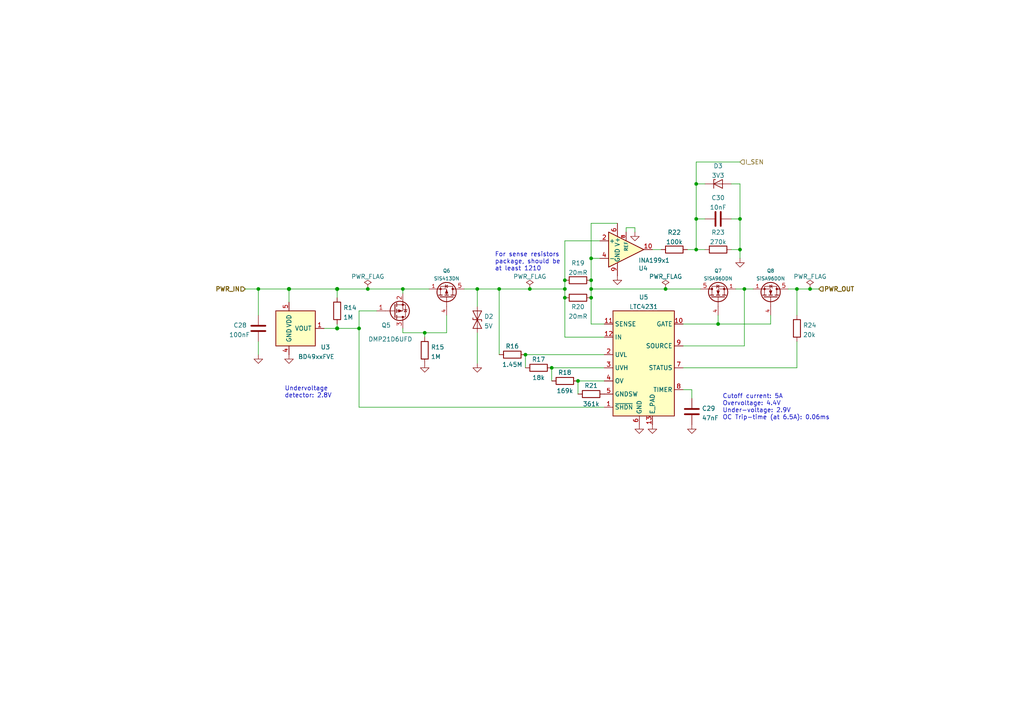
<source format=kicad_sch>
(kicad_sch (version 20210621) (generator eeschema)
  (paper "A4")
  (title_block (title "BUTCube - EPS") (date "2021-06-01") (rev "v1.0") (company "VUT - FIT(STRaDe) & FME(IAE & IPE)") (comment 1 "Author: Petr Malaník"))
  (lib_symbols
    (symbol "Device:C" (pin_numbers hide) (pin_names (offset 0.254))
      (property "Reference" "C" (at 0.635 2.54 0))
      (property "Value" "C" (at 0.635 -2.54 0))
      (symbol "C_0_1"
        (polyline (pts (xy -2.032 -0.762) (xy 2.032 -0.762)) (stroke (width 0.508)))
        (polyline (pts (xy -2.032 0.762) (xy 2.032 0.762)) (stroke (width 0.508)))
      )
      (symbol "C_1_1"
        (pin passive line (at 0 3.81 270) (length 2.794) (name "~") (number "1"))
        (pin passive line (at 0 -3.81 90) (length 2.794) (name "~") (number "2"))
      )
    )
    (symbol "Device:D_TVS" (pin_numbers hide) (pin_names (offset 1.016) hide)
      (property "Reference" "D" (at 0 2.54 0))
      (property "Value" "D_TVS" (at 0 -2.54 0))
      (symbol "D_TVS_0_1"
        (polyline (pts (xy 1.27 0) (xy -1.27 0)))
        (polyline (pts (xy -2.54 -1.27) (xy 0 0) (xy -2.54 1.27) (xy -2.54 -1.27)) (stroke (width 0.2032)))
        (polyline (pts (xy 0.508 1.27) (xy 0 1.27) (xy 0 -1.27) (xy -0.508 -1.27)) (stroke (width 0.2032)))
        (polyline (pts (xy 2.54 1.27) (xy 2.54 -1.27) (xy 0 0) (xy 2.54 1.27)) (stroke (width 0.2032)))
      )
      (symbol "D_TVS_1_1"
        (pin passive line (at -3.81 0 0) (length 2.54) (name "A1") (number "1"))
        (pin passive line (at 3.81 0 180) (length 2.54) (name "A2") (number "2"))
      )
    )
    (symbol "Device:D_Zener" (pin_numbers hide) (pin_names (offset 1.016) hide)
      (property "Reference" "D" (at 0 2.54 0))
      (property "Value" "D_Zener" (at 0 -2.54 0))
      (symbol "D_Zener_0_1"
        (polyline (pts (xy 1.27 0) (xy -1.27 0)))
        (polyline (pts (xy -1.27 -1.27) (xy -1.27 1.27) (xy -0.762 1.27)) (stroke (width 0.2032)))
        (polyline (pts (xy 1.27 -1.27) (xy 1.27 1.27) (xy -1.27 0) (xy 1.27 -1.27)) (stroke (width 0.2032)))
      )
      (symbol "D_Zener_1_1"
        (pin passive line (at -3.81 0 0) (length 2.54) (name "K") (number "1"))
        (pin passive line (at 3.81 0 180) (length 2.54) (name "A") (number "2"))
      )
    )
    (symbol "Device:R" (pin_numbers hide) (pin_names (offset 0))
      (property "Reference" "R" (at 2.032 0 90))
      (property "Value" "R" (at 0 0 90))
      (symbol "R_0_1"
        (rectangle (start -1.016 -2.54) (end 1.016 2.54) (stroke (width 0.254)))
      )
      (symbol "R_1_1"
        (pin passive line (at 0 3.81 270) (length 1.27) (name "~") (number "1"))
        (pin passive line (at 0 -3.81 90) (length 1.27) (name "~") (number "2"))
      )
    )
    (symbol "Power_Management:BD49xxFVE" (pin_names (offset 1.016))
      (property "Reference" "U" (at -3.81 6.35 0))
      (property "Value" "BD49xxFVE" (at -5.08 0 90))
      (symbol "BD49xxFVE_1_1"
        (rectangle (start -3.81 5.08) (end 7.62 -5.08) (stroke (width 0.254)) (fill (type background)))
        (pin output line (at 10.16 0 180) (length 2.54) (name "VOUT") (number "1"))
        (pin passive line (at 0 -7.62 90) (length 2.54) hide (name "GND") (number "2"))
        (pin power_in line (at 0 -7.62 90) (length 2.54) (name "GND") (number "4"))
        (pin power_in line (at 0 7.62 270) (length 2.54) (name "VDD") (number "5"))
      )
    )
    (symbol "TCY_power_management:INA199" (pin_names (offset 0.127))
      (property "Reference" "U" (at 3.81 3.81 0))
      (property "Value" "INA199" (at 3.81 -3.81 0))
      (symbol "INA199_0_1"
        (polyline (pts (xy 5.08 0) (xy -5.08 5.08) (xy -5.08 -5.08) (xy 5.08 0)) (stroke (width 0.254)) (fill (type background)))
      )
      (symbol "INA199_1_1"
        (pin output line (at 7.62 0 180) (length 2.54) (name "~") (number "10"))
        (pin input line (at -7.62 2.54 0) (length 2.54) (name "+") (number "2"))
        (pin input line (at -7.62 2.54 0) (length 2.54) hide (name "+") (number "3"))
        (pin input line (at -7.62 -2.54 0) (length 2.54) (name "-") (number "4"))
        (pin input line (at -7.62 -2.54 0) (length 2.54) hide (name "-") (number "5"))
        (pin power_in line (at -2.54 7.62 270) (length 3.81) (name "V+") (number "6"))
        (pin input line (at 0 5.08 270) (length 2.54) (name "REF") (number "8"))
        (pin power_in line (at -2.54 -7.62 90) (length 3.81) (name "GND") (number "9"))
      )
    )
    (symbol "TCY_power_management:LTC4231"
      (property "Reference" "U" (at 0 11.43 0))
      (property "Value" "LTC4231" (at 0 -5.08 0))
      (symbol "LTC4231_0_1"
        (rectangle (start -8.89 15.24) (end 8.89 -15.24) (stroke (width 0.254)) (fill (type background)))
      )
      (symbol "LTC4231_1_1"
        (pin input line (at -11.43 -12.7 0) (length 2.54) (name "~{SHDN}") (number "1"))
        (pin output line (at 11.43 11.43 180) (length 2.54) (name "GATE") (number "10"))
        (pin input line (at -11.43 11.43 0) (length 2.54) (name "SENSE") (number "11"))
        (pin power_in line (at -11.43 7.62 0) (length 2.54) (name "IN") (number "12"))
        (pin passive line (at 2.54 -17.78 90) (length 2.54) (name "E_PAD") (number "13"))
        (pin input line (at -11.43 2.54 0) (length 2.54) (name "UVL") (number "2"))
        (pin input line (at -11.43 -1.27 0) (length 2.54) (name "UVH") (number "3"))
        (pin input line (at -11.43 -5.08 0) (length 2.54) (name "OV") (number "4"))
        (pin passive line (at -11.43 -8.89 0) (length 2.54) (name "GNDSW") (number "5"))
        (pin passive line (at -1.27 -17.78 90) (length 2.54) (name "GND") (number "6"))
        (pin output line (at 11.43 -1.27 180) (length 2.54) (name "STATUS") (number "7"))
        (pin passive line (at 11.43 -7.62 180) (length 2.54) (name "TIMER") (number "8"))
        (pin input line (at 11.43 5.08 180) (length 2.54) (name "SOURCE") (number "9"))
      )
    )
    (symbol "TCY_transistors:DMP21D6UFD" (pin_names (offset 0) hide)
      (property "Reference" "Q" (at 5.08 1.27 0))
      (property "Value" "DMP21D6UFD" (at -2.54 -15.24 0))
      (symbol "DMP21D6UFD_0_1"
        (circle (center 1.651 0) (radius 2.794) (stroke (width 0.254)))
        (circle (center 2.54 -1.778) (radius 0.254) (fill (type outline)))
        (circle (center 2.54 1.778) (radius 0.254) (fill (type outline)))
        (polyline (pts (xy 0.254 0) (xy -2.54 0)))
        (polyline (pts (xy 0.254 1.905) (xy 0.254 -1.905)) (stroke (width 0.254)))
        (polyline (pts (xy 0.762 -1.27) (xy 0.762 -2.286)) (stroke (width 0.254)))
        (polyline (pts (xy 0.762 0.508) (xy 0.762 -0.508)) (stroke (width 0.254)))
        (polyline (pts (xy 0.762 2.286) (xy 0.762 1.27)) (stroke (width 0.254)))
        (polyline (pts (xy 2.54 2.54) (xy 2.54 1.778)))
        (polyline (pts (xy 2.54 -2.54) (xy 2.54 0) (xy 0.762 0)))
        (polyline (pts (xy 0.762 1.778) (xy 3.302 1.778) (xy 3.302 -1.778) (xy 0.762 -1.778)))
        (polyline (pts (xy 2.794 -0.508) (xy 2.921 -0.381) (xy 3.683 -0.381) (xy 3.81 -0.254)))
        (polyline (pts (xy 3.302 -0.381) (xy 2.921 0.254) (xy 3.683 0.254) (xy 3.302 -0.381)))
        (polyline (pts (xy 2.286 0) (xy 1.27 0.381) (xy 1.27 -0.381) (xy 2.286 0)) (fill (type outline)))
      )
      (symbol "DMP21D6UFD_1_1"
        (pin input line (at -5.08 0 0) (length 2.54) (name "G") (number "1"))
        (pin passive line (at 2.54 -5.08 90) (length 2.54) (name "S") (number "2"))
        (pin passive line (at 2.54 5.08 270) (length 2.54) (name "D") (number "3"))
      )
    )
    (symbol "TCY_transistors:SiS413DN" (pin_names hide)
      (property "Reference" "Q" (at 8.89 2.54 0))
      (property "Value" "SiS413DN" (at 8.89 0 0))
      (symbol "SiS413DN_0_1"
        (circle (center -0.889 0) (radius 2.794) (stroke (width 0.254)))
        (circle (center 0 -1.778) (radius 0.254) (fill (type outline)))
        (circle (center 0 1.778) (radius 0.254) (fill (type outline)))
        (polyline (pts (xy -2.286 0) (xy -5.08 0)))
        (polyline (pts (xy -2.286 1.905) (xy -2.286 -1.905)) (stroke (width 0.254)))
        (polyline (pts (xy -1.778 -1.27) (xy -1.778 -2.286)) (stroke (width 0.254)))
        (polyline (pts (xy -1.778 0.508) (xy -1.778 -0.508)) (stroke (width 0.254)))
        (polyline (pts (xy -1.778 2.286) (xy -1.778 1.27)) (stroke (width 0.254)))
        (polyline (pts (xy 0 2.54) (xy 0 1.778)))
        (polyline (pts (xy 0 -2.54) (xy 0 0) (xy -1.778 0)))
        (polyline (pts (xy -1.778 1.778) (xy 0.762 1.778) (xy 0.762 -1.778) (xy -1.778 -1.778)))
        (polyline (pts (xy 0.254 -0.508) (xy 0.381 -0.381) (xy 1.143 -0.381) (xy 1.27 -0.254)))
        (polyline (pts (xy 0.762 -0.381) (xy 0.381 0.254) (xy 1.143 0.254) (xy 0.762 -0.381)))
        (polyline (pts (xy -0.254 0) (xy -1.27 0.381) (xy -1.27 -0.381) (xy -0.254 0)) (fill (type outline)))
      )
      (symbol "SiS413DN_1_1"
        (pin passive line (at 0 -5.08 90) (length 2.54) (name "S") (number "1"))
        (pin passive line (at 0 -5.08 90) (length 2.54) hide (name "S") (number "2"))
        (pin passive line (at 0 -5.08 90) (length 2.54) hide (name "S") (number "3"))
        (pin passive line (at -7.62 0 0) (length 2.54) (name "G") (number "4"))
        (pin passive line (at 0 5.08 270) (length 2.54) (name "D") (number "5"))
        (pin passive line (at 0 5.08 270) (length 2.54) hide (name "D") (number "6"))
        (pin passive line (at 0 5.08 270) (length 2.54) hide (name "D") (number "7"))
        (pin passive line (at 0 5.08 270) (length 2.54) hide (name "D") (number "8"))
        (pin passive line (at 0 5.08 270) (length 2.54) hide (name "D") (number "9"))
      )
    )
    (symbol "TCY_transistors:SiSA96DDN" (pin_names hide)
      (property "Reference" "Q" (at 7.62 1.27 0))
      (property "Value" "SiSA96DDN" (at 7.62 -1.27 0))
      (symbol "SiSA96DDN_0_1"
        (circle (center 1.651 0) (radius 2.794) (stroke (width 0.254)))
        (circle (center 2.54 -1.778) (radius 0.254) (fill (type outline)))
        (circle (center 2.54 1.778) (radius 0.254) (fill (type outline)))
        (polyline (pts (xy 0.254 0) (xy -2.54 0)))
        (polyline (pts (xy 0.254 1.905) (xy 0.254 -1.905)) (stroke (width 0.254)))
        (polyline (pts (xy 0.762 -1.27) (xy 0.762 -2.286)) (stroke (width 0.254)))
        (polyline (pts (xy 0.762 0.508) (xy 0.762 -0.508)) (stroke (width 0.254)))
        (polyline (pts (xy 0.762 2.286) (xy 0.762 1.27)) (stroke (width 0.254)))
        (polyline (pts (xy 2.54 2.54) (xy 2.54 1.778)))
        (polyline (pts (xy 2.54 2.54) (xy 2.54 1.778)))
        (polyline (pts (xy 2.54 -2.54) (xy 2.54 0) (xy 0.762 0)))
        (polyline (pts (xy 0.762 -1.778) (xy 3.302 -1.778) (xy 3.302 1.778) (xy 0.762 1.778)))
        (polyline (pts (xy 2.794 0.508) (xy 2.921 0.381) (xy 3.683 0.381) (xy 3.81 0.254)))
        (polyline (pts (xy 3.302 0.381) (xy 2.921 -0.254) (xy 3.683 -0.254) (xy 3.302 0.381)))
        (polyline (pts (xy 1.016 0) (xy 2.032 0.381) (xy 2.032 -0.381) (xy 1.016 0)) (fill (type outline)))
      )
      (symbol "SiSA96DDN_1_1"
        (pin passive line (at 2.54 -5.08 90) (length 2.54) (name "S") (number "1"))
        (pin passive line (at 2.54 -5.08 90) (length 2.54) hide (name "S") (number "2"))
        (pin passive line (at 2.54 -5.08 90) (length 2.54) hide (name "S") (number "3"))
        (pin passive line (at -5.08 0 0) (length 2.54) (name "G") (number "4"))
        (pin passive line (at 2.54 5.08 270) (length 2.54) (name "D") (number "5"))
        (pin passive line (at 2.54 5.08 270) (length 2.54) hide (name "D") (number "6"))
        (pin passive line (at 2.54 5.08 270) (length 2.54) hide (name "D") (number "7"))
        (pin passive line (at 2.54 5.08 270) (length 2.54) hide (name "D") (number "8"))
        (pin passive line (at 2.54 5.08 270) (length 2.54) hide (name "D") (number "9"))
      )
    )
    (symbol "power:GND" (power) (pin_names (offset 0))
      (property "Value" "GND" (at 0 -3.81 0))
      (symbol "GND_0_1"
        (polyline (pts (xy 0 0) (xy 0 -1.27) (xy 1.27 -1.27) (xy 0 -2.54) (xy -1.27 -1.27) (xy 0 -1.27)))
      )
      (symbol "GND_1_1"
        (pin power_in line (at 0 0 270) (length 0) hide (name "GND") (number "1"))
      )
    )
    (symbol "power:PWR_FLAG" (power) (pin_numbers hide) (pin_names (offset 0) hide)
      (property "Value" "PWR_FLAG" (at 0 3.81 0))
      (symbol "PWR_FLAG_0_0"
        (pin power_out line (at 0 0 90) (length 0) (name "pwr") (number "1"))
      )
      (symbol "PWR_FLAG_0_1"
        (polyline (pts (xy 0 0) (xy 0 1.27) (xy -1.016 1.905) (xy 0 2.54) (xy 1.016 1.905) (xy 0 1.27)))
      )
    )
  )
  (junction (at 74.93 83.82) (diameter 0.9144))
  (junction (at 83.82 83.82) (diameter 1.016))
  (junction (at 97.79 83.82) (diameter 1.016))
  (junction (at 97.79 95.25) (diameter 1.016))
  (junction (at 104.14 95.25) (diameter 0.9144))
  (junction (at 106.68 83.82) (diameter 0.9144))
  (junction (at 116.84 83.82) (diameter 0.9144))
  (junction (at 123.19 96.52) (diameter 0.9144))
  (junction (at 138.43 83.82) (diameter 0.9144))
  (junction (at 144.78 83.82) (diameter 0.9144))
  (junction (at 152.4 102.87) (diameter 0.9144))
  (junction (at 153.67 83.82) (diameter 0.9144))
  (junction (at 160.02 106.68) (diameter 0.9144))
  (junction (at 163.83 81.28) (diameter 0.9144))
  (junction (at 163.83 83.82) (diameter 0.9144))
  (junction (at 163.83 86.36) (diameter 0.9144))
  (junction (at 167.64 110.49) (diameter 0.9144))
  (junction (at 171.45 74.93) (diameter 0.9144))
  (junction (at 171.45 81.28) (diameter 0.9144))
  (junction (at 171.45 83.82) (diameter 0.9144))
  (junction (at 171.45 86.36) (diameter 0.9144))
  (junction (at 193.04 83.82) (diameter 0.9144))
  (junction (at 201.93 53.34) (diameter 0.9144))
  (junction (at 201.93 63.5) (diameter 0.9144))
  (junction (at 201.93 72.39) (diameter 0.9144))
  (junction (at 208.28 93.98) (diameter 0.9144))
  (junction (at 214.63 63.5) (diameter 0.9144))
  (junction (at 214.63 72.39) (diameter 0.9144))
  (junction (at 215.9 83.82) (diameter 0.9144))
  (junction (at 231.14 83.82) (diameter 0.9144))
  (junction (at 234.95 83.82) (diameter 0.9144))
  (wire (pts (xy 71.12 83.82) (xy 74.93 83.82)))
  (wire (pts (xy 74.93 83.82) (xy 74.93 91.44)))
  (wire (pts (xy 74.93 83.82) (xy 83.82 83.82)))
  (wire (pts (xy 74.93 99.06) (xy 74.93 102.87)))
  (wire (pts (xy 83.82 83.82) (xy 97.79 83.82)))
  (wire (pts (xy 83.82 87.63) (xy 83.82 83.82)))
  (wire (pts (xy 97.79 83.82) (xy 97.79 86.36)))
  (wire (pts (xy 97.79 83.82) (xy 106.68 83.82)))
  (wire (pts (xy 97.79 93.98) (xy 97.79 95.25)))
  (wire (pts (xy 97.79 95.25) (xy 93.98 95.25)))
  (wire (pts (xy 104.14 90.17) (xy 104.14 95.25)))
  (wire (pts (xy 104.14 95.25) (xy 97.79 95.25)))
  (wire (pts (xy 104.14 118.11) (xy 104.14 95.25)))
  (wire (pts (xy 106.68 83.82) (xy 116.84 83.82)))
  (wire (pts (xy 109.22 90.17) (xy 104.14 90.17)))
  (wire (pts (xy 116.84 83.82) (xy 116.84 85.09)))
  (wire (pts (xy 116.84 83.82) (xy 124.46 83.82)))
  (wire (pts (xy 116.84 95.25) (xy 116.84 96.52)))
  (wire (pts (xy 116.84 96.52) (xy 123.19 96.52)))
  (wire (pts (xy 123.19 96.52) (xy 123.19 97.79)))
  (wire (pts (xy 123.19 96.52) (xy 129.54 96.52)))
  (wire (pts (xy 129.54 91.44) (xy 129.54 96.52)))
  (wire (pts (xy 134.62 83.82) (xy 138.43 83.82)))
  (wire (pts (xy 138.43 83.82) (xy 138.43 88.9)))
  (wire (pts (xy 138.43 83.82) (xy 144.78 83.82)))
  (wire (pts (xy 138.43 96.52) (xy 138.43 105.41)))
  (wire (pts (xy 144.78 83.82) (xy 153.67 83.82)))
  (wire (pts (xy 144.78 102.87) (xy 144.78 83.82)))
  (wire (pts (xy 152.4 102.87) (xy 152.4 106.68)))
  (wire (pts (xy 152.4 102.87) (xy 175.26 102.87)))
  (wire (pts (xy 153.67 83.82) (xy 163.83 83.82)))
  (wire (pts (xy 160.02 106.68) (xy 160.02 110.49)))
  (wire (pts (xy 160.02 106.68) (xy 175.26 106.68)))
  (wire (pts (xy 163.83 69.85) (xy 163.83 81.28)))
  (wire (pts (xy 163.83 81.28) (xy 163.83 83.82)))
  (wire (pts (xy 163.83 86.36) (xy 163.83 83.82)))
  (wire (pts (xy 163.83 97.79) (xy 163.83 86.36)))
  (wire (pts (xy 167.64 110.49) (xy 167.64 114.3)))
  (wire (pts (xy 167.64 110.49) (xy 175.26 110.49)))
  (wire (pts (xy 171.45 64.77) (xy 171.45 74.93)))
  (wire (pts (xy 171.45 64.77) (xy 179.07 64.77)))
  (wire (pts (xy 171.45 74.93) (xy 171.45 81.28)))
  (wire (pts (xy 171.45 81.28) (xy 171.45 83.82)))
  (wire (pts (xy 171.45 83.82) (xy 193.04 83.82)))
  (wire (pts (xy 171.45 86.36) (xy 171.45 83.82)))
  (wire (pts (xy 171.45 93.98) (xy 171.45 86.36)))
  (wire (pts (xy 173.99 69.85) (xy 163.83 69.85)))
  (wire (pts (xy 173.99 74.93) (xy 171.45 74.93)))
  (wire (pts (xy 175.26 93.98) (xy 171.45 93.98)))
  (wire (pts (xy 175.26 97.79) (xy 163.83 97.79)))
  (wire (pts (xy 175.26 118.11) (xy 104.14 118.11)))
  (wire (pts (xy 181.61 66.04) (xy 184.15 66.04)))
  (wire (pts (xy 181.61 67.31) (xy 181.61 66.04)))
  (wire (pts (xy 184.15 66.04) (xy 184.15 67.31)))
  (wire (pts (xy 189.23 72.39) (xy 191.77 72.39)))
  (wire (pts (xy 193.04 83.82) (xy 203.2 83.82)))
  (wire (pts (xy 198.12 93.98) (xy 208.28 93.98)))
  (wire (pts (xy 198.12 100.33) (xy 215.9 100.33)))
  (wire (pts (xy 198.12 106.68) (xy 231.14 106.68)))
  (wire (pts (xy 198.12 113.03) (xy 200.66 113.03)))
  (wire (pts (xy 199.39 72.39) (xy 201.93 72.39)))
  (wire (pts (xy 200.66 113.03) (xy 200.66 115.57)))
  (wire (pts (xy 201.93 46.99) (xy 201.93 53.34)))
  (wire (pts (xy 201.93 46.99) (xy 214.63 46.99)))
  (wire (pts (xy 201.93 53.34) (xy 201.93 63.5)))
  (wire (pts (xy 201.93 63.5) (xy 201.93 72.39)))
  (wire (pts (xy 201.93 72.39) (xy 204.47 72.39)))
  (wire (pts (xy 204.47 53.34) (xy 201.93 53.34)))
  (wire (pts (xy 204.47 63.5) (xy 201.93 63.5)))
  (wire (pts (xy 208.28 91.44) (xy 208.28 93.98)))
  (wire (pts (xy 208.28 93.98) (xy 223.52 93.98)))
  (wire (pts (xy 212.09 53.34) (xy 214.63 53.34)))
  (wire (pts (xy 212.09 63.5) (xy 214.63 63.5)))
  (wire (pts (xy 212.09 72.39) (xy 214.63 72.39)))
  (wire (pts (xy 213.36 83.82) (xy 215.9 83.82)))
  (wire (pts (xy 214.63 53.34) (xy 214.63 63.5)))
  (wire (pts (xy 214.63 63.5) (xy 214.63 72.39)))
  (wire (pts (xy 214.63 72.39) (xy 214.63 74.93)))
  (wire (pts (xy 215.9 83.82) (xy 218.44 83.82)))
  (wire (pts (xy 215.9 100.33) (xy 215.9 83.82)))
  (wire (pts (xy 223.52 91.44) (xy 223.52 93.98)))
  (wire (pts (xy 231.14 83.82) (xy 228.6 83.82)))
  (wire (pts (xy 231.14 83.82) (xy 234.95 83.82)))
  (wire (pts (xy 231.14 91.44) (xy 231.14 83.82)))
  (wire (pts (xy 231.14 99.06) (xy 231.14 106.68)))
  (wire (pts (xy 234.95 83.82) (xy 237.49 83.82)))
  (text "Undervoltage\ndetector: 2.8V" (at 82.55 115.57 0) (effects (font (size 1.27 1.27)) (justify left bottom)))
  (text "For sense resistors\npackage, should be\nat least 1210" (at 143.51 78.74 0) (effects (font (size 1.27 1.27)) (justify left bottom)))
  (text "Cutoff current: 5A\nOvervoltage: 4.4V\nUnder-voltage: 2.9V\nOC Trip-time (at 6.5A): 0.06ms" (at 209.55 121.92 0) (effects (font (size 1.27 1.27)) (justify left bottom)))
  (hierarchical_label "PWR_IN" (shape input) (at 71.12 83.82 180) (effects (font (thickness 0.254))))
  (hierarchical_label "I_SEN" (shape input) (at 214.63 46.99 0))
  (hierarchical_label "PWR_OUT" (shape input) (at 237.49 83.82 0) (effects (font (thickness 0.254))))
  (symbol (lib_id "power:PWR_FLAG") (at 106.68 83.82 0)
    (property "Reference" "#FLG02" (effects hide))
    (property "Value" "PWR_FLAG" (at 106.68 80.2154 0))
  )
  (symbol (lib_id "power:PWR_FLAG") (at 153.67 83.82 0)
    (property "Reference" "#FLG03" (effects hide))
    (property "Value" "PWR_FLAG" (at 153.67 80.2154 0))
  )
  (symbol (lib_id "power:PWR_FLAG") (at 193.04 83.82 0)
    (property "Reference" "#FLG04" (effects hide))
    (property "Value" "PWR_FLAG" (at 193.04 80.2154 0))
  )
  (symbol (lib_id "power:PWR_FLAG") (at 234.95 83.82 0)
    (property "Reference" "#FLG05" (effects hide))
    (property "Value" "PWR_FLAG" (at 234.95 80.2154 0))
  )
  (symbol (lib_id "power:GND") (at 74.93 102.87 0)
    (property "Reference" "#PWR053" (effects hide))
    (property "Value" "GND" (effects hide))
  )
  (symbol (lib_id "power:GND") (at 83.82 102.87 0)
    (property "Reference" "#PWR054" (effects hide))
    (property "Value" "GND" (effects hide))
  )
  (symbol (lib_id "power:GND") (at 123.19 105.41 0)
    (property "Reference" "#PWR055" (effects hide))
    (property "Value" "GND" (effects hide))
  )
  (symbol (lib_id "power:GND") (at 138.43 105.41 0)
    (property "Reference" "#PWR056" (effects hide))
    (property "Value" "GND" (effects hide))
  )
  (symbol (lib_id "power:GND") (at 179.07 80.01 0)
    (property "Reference" "#PWR057" (effects hide))
    (property "Value" "GND" (effects hide))
  )
  (symbol (lib_id "power:GND") (at 184.15 67.31 0)
    (property "Reference" "#PWR058" (effects hide))
    (property "Value" "GND" (effects hide))
  )
  (symbol (lib_id "power:GND") (at 185.42 123.19 0)
    (property "Reference" "#PWR059" (effects hide))
    (property "Value" "GND" (effects hide))
  )
  (symbol (lib_id "power:GND") (at 189.23 123.19 0)
    (property "Reference" "#PWR060" (effects hide))
    (property "Value" "GND" (effects hide))
  )
  (symbol (lib_id "power:GND") (at 200.66 123.19 0)
    (property "Reference" "#PWR061" (effects hide))
    (property "Value" "GND" (effects hide))
  )
  (symbol (lib_id "power:GND") (at 214.63 74.93 0)
    (property "Reference" "#PWR062" (effects hide))
    (property "Value" "GND" (effects hide))
  )
  (symbol (lib_id "Device:R") (at 97.79 90.17 0)
    (property "Reference" "R14" (at 99.5681 89.2615 0) (effects (justify left)))
    (property "Value" "1M" (at 99.5681 92.0366 0) (effects (justify left)))
  )
  (symbol (lib_id "Device:R") (at 123.19 101.6 0)
    (property "Reference" "R15" (at 124.9681 100.6915 0) (effects (justify left)))
    (property "Value" "1M" (at 124.9681 103.4666 0) (effects (justify left)))
  )
  (symbol (lib_id "Device:R") (at 148.59 102.87 90)
    (property "Reference" "R16" (at 148.59 100.4274 90))
    (property "Value" "1.45M" (at 148.59 105.7425 90))
  )
  (symbol (lib_id "Device:R") (at 156.21 106.68 90)
    (property "Reference" "R17" (at 156.21 104.2374 90))
    (property "Value" "18k" (at 156.21 109.5525 90))
  )
  (symbol (lib_id "Device:R") (at 163.83 110.49 90)
    (property "Reference" "R18" (at 163.83 108.0474 90))
    (property "Value" "169k" (at 163.83 113.3625 90))
  )
  (symbol (lib_id "Device:R") (at 167.64 81.28 90)
    (property "Reference" "R19" (at 167.64 76.2974 90))
    (property "Value" "20mR" (at 167.64 79.0725 90))
  )
  (symbol (lib_id "Device:R") (at 167.64 86.36 90)
    (property "Reference" "R20" (at 167.64 88.9974 90))
    (property "Value" "20mR" (at 167.64 91.7725 90))
  )
  (symbol (lib_id "Device:R") (at 171.45 114.3 90)
    (property "Reference" "R21" (at 171.45 111.8574 90))
    (property "Value" "361k" (at 171.45 117.1725 90))
  )
  (symbol (lib_id "Device:R") (at 195.58 72.39 90)
    (property "Reference" "R22" (at 195.58 67.4074 90))
    (property "Value" "100k" (at 195.58 70.1825 90))
  )
  (symbol (lib_id "Device:R") (at 208.28 72.39 90)
    (property "Reference" "R23" (at 208.28 67.4074 90))
    (property "Value" "270k" (at 208.28 70.1825 90))
  )
  (symbol (lib_id "Device:R") (at 231.14 95.25 0)
    (property "Reference" "R24" (at 232.9181 94.3415 0) (effects (justify left)))
    (property "Value" "20k" (at 232.9181 97.1166 0) (effects (justify left)))
  )
  (symbol (lib_id "Device:D_TVS") (at 138.43 92.71 90)
    (property "Reference" "D2" (at 140.4367 91.8015 90) (effects (justify right)))
    (property "Value" "5V" (at 140.4367 94.5766 90) (effects (justify right)))
  )
  (symbol (lib_id "Device:D_Zener") (at 208.28 53.34 0)
    (property "Reference" "D3" (at 208.28 48.1288 0))
    (property "Value" "3V3" (at 208.28 50.9039 0))
  )
  (symbol (lib_id "Device:C") (at 74.93 95.25 0)
    (property "Reference" "C28" (at 67.6911 94.3415 0) (effects (justify left)))
    (property "Value" "100nF" (at 66.4211 97.1166 0) (effects (justify left)))
  )
  (symbol (lib_id "Device:C") (at 200.66 119.38 0)
    (property "Reference" "C29" (at 203.5811 118.4715 0) (effects (justify left)))
    (property "Value" "47nF" (at 203.5811 121.2466 0) (effects (justify left)))
  )
  (symbol (lib_id "Device:C") (at 208.28 63.5 90)
    (property "Reference" "C30" (at 208.28 57.3744 90))
    (property "Value" "10nF" (at 208.28 60.1495 90))
  )
  (symbol (lib_id "TCY_transistors:DMP21D6UFD") (at 114.3 90.17 0) (mirror x)
    (property "Reference" "Q5" (at 110.6171 94.3415 0) (effects (justify left)))
    (property "Value" "DMP21D6UFD" (at 106.8071 98.3866 0) (effects (justify left)))
    (property "Footprint" "TCY_IC:DFN-3_1.2x1.2mm" (effects hide))
  )
  (symbol (lib_id "TCY_transistors:SiS413DN") (at 129.54 83.82 270) (mirror x)
    (property "Reference" "Q6" (at 129.54 78.5488 90) (effects (font (size 1 1))))
    (property "Value" "SiS413DN" (at 129.54 80.7878 90) (effects (font (size 1 1))))
    (property "Footprint" "Package_SO:Vishay_PowerPAK_1212-8_Single" (effects hide))
    (property "Datasheet" "https://www.vishay.com/docs/63262/sis413dn.pdf" (effects hide))
  )
  (symbol (lib_id "TCY_transistors:SiSA96DDN") (at 208.28 86.36 90)
    (property "Reference" "Q7" (at 208.28 78.5488 90) (effects (font (size 1 1))))
    (property "Value" "SiSA96DDN" (at 208.28 80.7878 90) (effects (font (size 1 1))))
    (property "Footprint" "Package_SO:Vishay_PowerPAK_1212-8_Single" (effects hide))
    (property "Datasheet" "https://www.vishay.com/docs/75285/sisa96dn.pdf" (effects hide))
  )
  (symbol (lib_id "TCY_transistors:SiSA96DDN") (at 223.52 86.36 270) (mirror x)
    (property "Reference" "Q8" (at 223.52 78.5488 90) (effects (font (size 1 1))))
    (property "Value" "SiSA96DDN" (at 223.52 80.7878 90) (effects (font (size 1 1))))
    (property "Footprint" "Package_SO:Vishay_PowerPAK_1212-8_Single" (effects hide))
    (property "Datasheet" "https://www.vishay.com/docs/75285/sisa96dn.pdf" (effects hide))
  )
  (symbol (lib_id "Power_Management:BD49xxFVE") (at 83.82 95.25 0)
    (property "Reference" "U3" (at 95.7579 100.6915 0) (effects (justify right)))
    (property "Value" "BD49xxFVE" (at 97.0279 103.4666 0) (effects (justify right)))
    (property "Footprint" "Package_TO_SOT_SMD:VSOF5" (effects hide))
    (property "Datasheet" "https://www.rohm.de/datasheet/BD4830FVE/bd48xxg-e" (effects hide))
  )
  (symbol (lib_id "TCY_power_management:INA199") (at 181.61 72.39 0)
    (property "Reference" "U4" (at 185.1661 77.8315 0) (effects (justify left)))
    (property "Value" "INA199x1" (at 185.1661 75.5266 0) (effects (justify left)))
    (property "Footprint" "Package_DFN_QFN:UQFN-10_1.4x1.8mm_P0.4mm" (effects hide))
    (property "Datasheet" "https://www.ti.com/lit/ds/symlink/ina199.pdf" (effects hide))
  )
  (symbol (lib_id "TCY_power_management:LTC4231") (at 186.69 105.41 0)
    (property "Reference" "U5" (at 186.69 86.2034 0))
    (property "Value" "LTC4231" (at 186.69 88.9785 0))
    (property "Footprint" "Package_DFN_QFN:QFN-12-1EP_3x3mm_P0.5mm_EP1.65x1.65mm_ThermalVias" (effects hide))
    (property "Datasheet" "https://www.analog.com/media/en/technical-documentation/data-sheets/LTC4231.pdf" (effects hide))
  )
)
</source>
